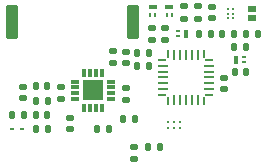
<source format=gbr>
%TF.GenerationSoftware,KiCad,Pcbnew,7.0.1*%
%TF.CreationDate,2024-01-02T21:49:50+00:00*%
%TF.ProjectId,rfid_module,72666964-5f6d-46f6-9475-6c652e6b6963,rev?*%
%TF.SameCoordinates,Original*%
%TF.FileFunction,Paste,Top*%
%TF.FilePolarity,Positive*%
%FSLAX46Y46*%
G04 Gerber Fmt 4.6, Leading zero omitted, Abs format (unit mm)*
G04 Created by KiCad (PCBNEW 7.0.1) date 2024-01-02 21:49:50*
%MOMM*%
%LPD*%
G01*
G04 APERTURE LIST*
G04 Aperture macros list*
%AMRoundRect*
0 Rectangle with rounded corners*
0 $1 Rounding radius*
0 $2 $3 $4 $5 $6 $7 $8 $9 X,Y pos of 4 corners*
0 Add a 4 corners polygon primitive as box body*
4,1,4,$2,$3,$4,$5,$6,$7,$8,$9,$2,$3,0*
0 Add four circle primitives for the rounded corners*
1,1,$1+$1,$2,$3*
1,1,$1+$1,$4,$5*
1,1,$1+$1,$6,$7*
1,1,$1+$1,$8,$9*
0 Add four rect primitives between the rounded corners*
20,1,$1+$1,$2,$3,$4,$5,0*
20,1,$1+$1,$4,$5,$6,$7,0*
20,1,$1+$1,$6,$7,$8,$9,0*
20,1,$1+$1,$8,$9,$2,$3,0*%
%AMFreePoly0*
4,1,14,0.111820,0.364320,0.125000,0.332500,0.125000,-0.332500,0.111820,-0.364320,0.080000,-0.377500,0.053640,-0.377501,0.021819,-0.364318,-0.111820,-0.230680,-0.125000,-0.198860,-0.125000,0.332500,-0.111820,0.364320,-0.080000,0.377500,0.080000,0.377500,0.111820,0.364320,0.111820,0.364320,$1*%
%AMFreePoly1*
4,1,14,0.111820,0.364320,0.125000,0.332500,0.125001,-0.198860,0.111818,-0.230680,-0.021820,-0.364320,-0.053640,-0.377500,-0.080000,-0.377500,-0.111820,-0.364320,-0.125000,-0.332500,-0.125000,0.332500,-0.111820,0.364320,-0.080000,0.377500,0.080000,0.377500,0.111820,0.364320,0.111820,0.364320,$1*%
%AMFreePoly2*
4,1,15,-0.198858,0.125000,0.332500,0.125000,0.364320,0.111820,0.377500,0.080000,0.377500,-0.080000,0.364320,-0.111820,0.332500,-0.125000,-0.332500,-0.125000,-0.364320,-0.111820,-0.377500,-0.080000,-0.377500,-0.053640,-0.364320,-0.021819,-0.230680,0.111820,-0.198860,0.125001,-0.198858,0.125000,-0.198858,0.125000,$1*%
%AMFreePoly3*
4,1,14,0.364320,0.111820,0.377500,0.080000,0.377500,-0.080000,0.364320,-0.111820,0.332500,-0.125000,-0.198860,-0.125001,-0.230680,-0.111818,-0.364320,0.021820,-0.377500,0.053640,-0.377500,0.080000,-0.364320,0.111820,-0.332500,0.125000,0.332500,0.125000,0.364320,0.111820,0.364320,0.111820,$1*%
%AMFreePoly4*
4,1,14,-0.021820,0.364320,0.111820,0.230679,0.125000,0.198858,0.125000,-0.332500,0.111820,-0.364320,0.080000,-0.377500,-0.080000,-0.377500,-0.111820,-0.364320,-0.125000,-0.332500,-0.125000,0.332500,-0.111820,0.364320,-0.080000,0.377500,-0.053640,0.377500,-0.021820,0.364320,-0.021820,0.364320,$1*%
%AMFreePoly5*
4,1,15,0.053642,0.377500,0.080000,0.377500,0.111820,0.364320,0.125000,0.332500,0.125000,-0.332500,0.111820,-0.364320,0.080000,-0.377500,-0.080000,-0.377500,-0.111820,-0.364320,-0.125000,-0.332500,-0.125000,0.198860,-0.111820,0.230680,0.021820,0.364320,0.053640,0.377501,0.053642,0.377500,0.053642,0.377500,$1*%
%AMFreePoly6*
4,1,14,0.364320,0.111820,0.377500,0.080000,0.377501,0.053640,0.364318,0.021819,0.230680,-0.111820,0.198860,-0.125000,-0.332500,-0.125000,-0.364320,-0.111820,-0.377500,-0.080000,-0.377500,0.080000,-0.364320,0.111820,-0.332500,0.125000,0.332500,0.125000,0.364320,0.111820,0.364320,0.111820,$1*%
%AMFreePoly7*
4,1,14,0.230680,0.111820,0.364320,-0.021821,0.377500,-0.053642,0.377500,-0.080000,0.364320,-0.111820,0.332500,-0.125000,-0.332500,-0.125000,-0.364320,-0.111820,-0.377500,-0.080000,-0.377500,0.080000,-0.364320,0.111820,-0.332500,0.125000,0.198860,0.125000,0.230680,0.111820,0.230680,0.111820,$1*%
G04 Aperture macros list end*
%ADD10RoundRect,0.140000X0.170000X-0.140000X0.170000X0.140000X-0.170000X0.140000X-0.170000X-0.140000X0*%
%ADD11RoundRect,0.135000X0.185000X-0.135000X0.185000X0.135000X-0.185000X0.135000X-0.185000X-0.135000X0*%
%ADD12R,0.250000X0.400000*%
%ADD13R,0.700000X0.400000*%
%ADD14RoundRect,0.140000X-0.140000X-0.170000X0.140000X-0.170000X0.140000X0.170000X-0.140000X0.170000X0*%
%ADD15R,0.400000X0.250000*%
%ADD16R,0.400000X0.700000*%
%ADD17RoundRect,0.135000X0.135000X0.185000X-0.135000X0.185000X-0.135000X-0.185000X0.135000X-0.185000X0*%
%ADD18RoundRect,0.062500X-0.117500X-0.062500X0.117500X-0.062500X0.117500X0.062500X-0.117500X0.062500X0*%
%ADD19C,0.216000*%
%ADD20RoundRect,0.135000X-0.135000X-0.185000X0.135000X-0.185000X0.135000X0.185000X-0.135000X0.185000X0*%
%ADD21R,0.800000X0.600000*%
%ADD22RoundRect,0.135000X-0.185000X0.135000X-0.185000X-0.135000X0.185000X-0.135000X0.185000X0.135000X0*%
%ADD23RoundRect,0.140000X0.140000X0.170000X-0.140000X0.170000X-0.140000X-0.170000X0.140000X-0.170000X0*%
%ADD24C,0.298000*%
%ADD25RoundRect,0.140000X-0.170000X0.140000X-0.170000X-0.140000X0.170000X-0.140000X0.170000X0.140000X0*%
%ADD26RoundRect,0.100000X0.400000X1.300000X-0.400000X1.300000X-0.400000X-1.300000X0.400000X-1.300000X0*%
%ADD27FreePoly0,180.000000*%
%ADD28RoundRect,0.062500X0.062500X0.375000X-0.062500X0.375000X-0.062500X-0.375000X0.062500X-0.375000X0*%
%ADD29FreePoly1,180.000000*%
%ADD30FreePoly2,180.000000*%
%ADD31RoundRect,0.062500X0.375000X0.062500X-0.375000X0.062500X-0.375000X-0.062500X0.375000X-0.062500X0*%
%ADD32FreePoly3,180.000000*%
%ADD33FreePoly4,180.000000*%
%ADD34FreePoly5,180.000000*%
%ADD35FreePoly6,180.000000*%
%ADD36FreePoly7,180.000000*%
%ADD37R,1.760000X1.760000*%
%ADD38R,0.300000X0.800000*%
%ADD39R,0.800000X0.300000*%
G04 APERTURE END LIST*
D10*
%TO.C,C204*%
X104700000Y-60180000D03*
X104700000Y-59220000D03*
%TD*%
D11*
%TO.C,R204*%
X109600000Y-56410000D03*
X109600000Y-55390000D03*
%TD*%
D12*
%TO.C,Q203*%
X106775000Y-56150000D03*
X107225000Y-56150000D03*
D13*
X107000000Y-55450000D03*
%TD*%
D11*
%TO.C,R212*%
X103600000Y-60210000D03*
X103600000Y-59190000D03*
%TD*%
D14*
%TO.C,C205*%
X96060000Y-64600000D03*
X95100000Y-64600000D03*
%TD*%
D15*
%TO.C,Q401*%
X114750000Y-60125000D03*
X114750000Y-59675000D03*
D16*
X114050000Y-59900000D03*
%TD*%
D10*
%TO.C,C208*%
X100000000Y-65760000D03*
X100000000Y-64800000D03*
%TD*%
D11*
%TO.C,R206*%
X106900000Y-58210000D03*
X106900000Y-57190000D03*
%TD*%
D17*
%TO.C,R503*%
X111910000Y-57700000D03*
X110890000Y-57700000D03*
%TD*%
D18*
%TO.C,D201*%
X95100000Y-65800000D03*
X95940000Y-65800000D03*
%TD*%
D17*
%TO.C,R217*%
X97090000Y-65800000D03*
X98110000Y-65800000D03*
%TD*%
D13*
%TO.C,Q202*%
X108400000Y-55450000D03*
D12*
X108175000Y-56150000D03*
X108625000Y-56150000D03*
%TD*%
D11*
%TO.C,R202*%
X108000000Y-58210000D03*
X108000000Y-57190000D03*
%TD*%
D14*
%TO.C,C202*%
X97120000Y-62100000D03*
X98080000Y-62100000D03*
%TD*%
D19*
%TO.C,IC501*%
X113800000Y-55600000D03*
X113800000Y-56000000D03*
X113800000Y-56400000D03*
X113400000Y-55600000D03*
X113400000Y-56000000D03*
X113400000Y-56400000D03*
%TD*%
D20*
%TO.C,R203*%
X98110000Y-63400000D03*
X97090000Y-63400000D03*
%TD*%
D21*
%TO.C,L501*%
X115400000Y-56400000D03*
X115400000Y-55600000D03*
%TD*%
D22*
%TO.C,R205*%
X99200000Y-62240000D03*
X99200000Y-63260000D03*
%TD*%
D10*
%TO.C,C502*%
X112000000Y-56380000D03*
X112000000Y-55420000D03*
%TD*%
D17*
%TO.C,R219*%
X107610000Y-67300000D03*
X106590000Y-67300000D03*
%TD*%
D23*
%TO.C,C501*%
X115880000Y-57700000D03*
X114920000Y-57700000D03*
%TD*%
D11*
%TO.C,R211*%
X104700000Y-63300000D03*
X104700000Y-62280000D03*
%TD*%
D24*
%TO.C,IC202*%
X108300000Y-65200000D03*
X108800000Y-65200000D03*
X109300000Y-65200000D03*
X108300000Y-65700000D03*
X108800000Y-65700000D03*
X109300000Y-65700000D03*
%TD*%
D20*
%TO.C,R502*%
X112890000Y-57700000D03*
X113910000Y-57700000D03*
%TD*%
D14*
%TO.C,C207*%
X98080000Y-64600000D03*
X97120000Y-64600000D03*
%TD*%
D22*
%TO.C,R501*%
X110800000Y-55390000D03*
X110800000Y-56410000D03*
%TD*%
D15*
%TO.C,Q201*%
X109150000Y-57475000D03*
X109150000Y-57925000D03*
D16*
X109850000Y-57700000D03*
%TD*%
D25*
%TO.C,C201*%
X96000000Y-62220000D03*
X96000000Y-63180000D03*
%TD*%
D17*
%TO.C,R221*%
X104490000Y-64900000D03*
X105510000Y-64900000D03*
%TD*%
D26*
%TO.C,L201*%
X95100000Y-56700000D03*
X105300000Y-56700000D03*
%TD*%
D20*
%TO.C,R222*%
X102290000Y-65800000D03*
X103310000Y-65800000D03*
%TD*%
D27*
%TO.C,U301*%
X111300000Y-63397500D03*
D28*
X110800000Y-63337500D03*
X110300000Y-63337500D03*
X109800000Y-63337500D03*
X109300000Y-63337500D03*
X108800000Y-63337500D03*
D29*
X108300000Y-63397500D03*
D30*
X107802500Y-62900000D03*
D31*
X107862500Y-62400000D03*
X107862500Y-61900000D03*
X107862500Y-61400000D03*
X107862500Y-60900000D03*
X107862500Y-60400000D03*
D32*
X107802500Y-59900000D03*
D33*
X108300000Y-59402500D03*
D28*
X108800000Y-59462500D03*
X109300000Y-59462500D03*
X109800000Y-59462500D03*
X110300000Y-59462500D03*
X110800000Y-59462500D03*
D34*
X111300000Y-59402500D03*
D35*
X111797500Y-59900000D03*
D31*
X111737500Y-60400000D03*
X111737500Y-60900000D03*
X111737500Y-61400000D03*
X111737500Y-61900000D03*
X111737500Y-62400000D03*
D36*
X111797500Y-62900000D03*
%TD*%
D10*
%TO.C,C209*%
X105400000Y-68280000D03*
X105400000Y-67320000D03*
%TD*%
D20*
%TO.C,R201*%
X105690000Y-59300000D03*
X106710000Y-59300000D03*
%TD*%
D23*
%TO.C,C301*%
X114880000Y-60900000D03*
X113920000Y-60900000D03*
%TD*%
D17*
%TO.C,R207*%
X106710000Y-60400000D03*
X105690000Y-60400000D03*
%TD*%
%TO.C,R401*%
X114910000Y-58800000D03*
X113890000Y-58800000D03*
%TD*%
D10*
%TO.C,C302*%
X113000000Y-62380000D03*
X113000000Y-61420000D03*
%TD*%
D37*
%TO.C,IC201*%
X101950000Y-62500000D03*
D38*
X102700000Y-64000000D03*
X102200000Y-64000000D03*
X101700000Y-64000000D03*
X101200000Y-64000000D03*
D39*
X100450000Y-63250000D03*
X100450000Y-62750000D03*
X100450000Y-62250000D03*
X100450000Y-61750000D03*
D38*
X101200000Y-61000000D03*
X101700000Y-61000000D03*
X102200000Y-61000000D03*
X102700000Y-61000000D03*
D39*
X103450000Y-61750000D03*
X103450000Y-62250000D03*
X103450000Y-62750000D03*
X103450000Y-63250000D03*
%TD*%
M02*

</source>
